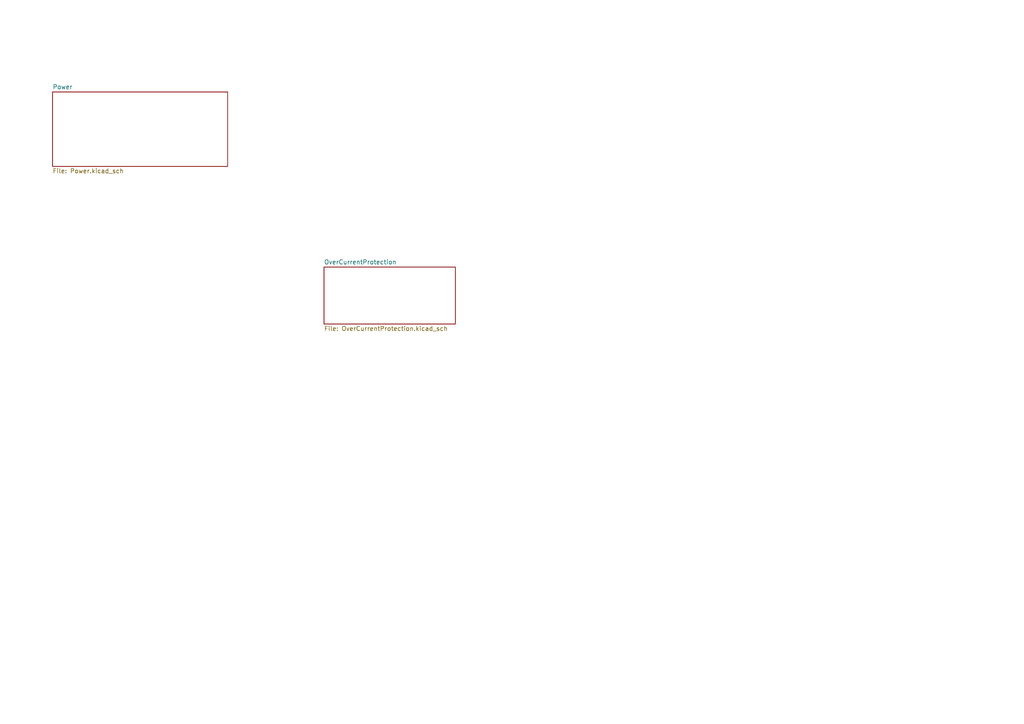
<source format=kicad_sch>
(kicad_sch
	(version 20231120)
	(generator "eeschema")
	(generator_version "8.0")
	(uuid "0d1e601c-6771-46fb-8dad-7fa1e6cd34f4")
	(paper "A4")
	(title_block
		(title "Over Current Protection")
		(date "2024-08-04")
		(rev "0.1")
		(company "https://github.com/Bausager/9kW-bidirectional-PFC")
	)
	(lib_symbols)
	(sheet
		(at 93.98 77.47)
		(size 38.1 16.51)
		(fields_autoplaced yes)
		(stroke
			(width 0.1524)
			(type solid)
		)
		(fill
			(color 0 0 0 0.0000)
		)
		(uuid "117ab6c8-fac7-4fb4-affd-0bd42a98ba90")
		(property "Sheetname" "OverCurrentProtection"
			(at 93.98 76.7584 0)
			(effects
				(font
					(size 1.27 1.27)
				)
				(justify left bottom)
			)
		)
		(property "Sheetfile" "OverCurrentProtection.kicad_sch"
			(at 93.98 94.5646 0)
			(effects
				(font
					(size 1.27 1.27)
				)
				(justify left top)
			)
		)
		(instances
			(project "9kW-PFC"
				(path "/0d1e601c-6771-46fb-8dad-7fa1e6cd34f4"
					(page "3")
				)
			)
		)
	)
	(sheet
		(at 15.24 26.67)
		(size 50.8 21.59)
		(fields_autoplaced yes)
		(stroke
			(width 0.1524)
			(type solid)
		)
		(fill
			(color 0 0 0 0.0000)
		)
		(uuid "86428bd3-32d2-4eda-af17-55f20dc01213")
		(property "Sheetname" "Power"
			(at 15.24 25.9584 0)
			(effects
				(font
					(size 1.27 1.27)
				)
				(justify left bottom)
			)
		)
		(property "Sheetfile" "Power.kicad_sch"
			(at 15.24 48.8446 0)
			(effects
				(font
					(size 1.27 1.27)
				)
				(justify left top)
			)
		)
		(instances
			(project "9kW-PFC"
				(path "/0d1e601c-6771-46fb-8dad-7fa1e6cd34f4"
					(page "2")
				)
			)
		)
	)
	(sheet_instances
		(path "/"
			(page "1")
		)
	)
)

</source>
